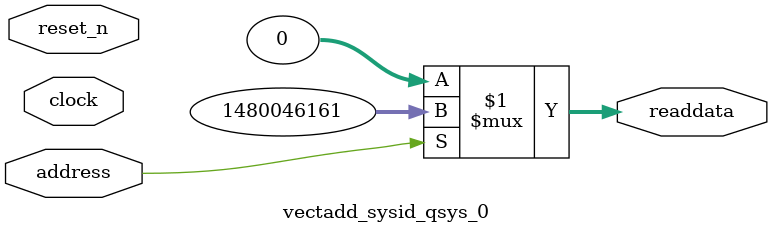
<source format=v>

`timescale 1ns / 1ps
// synthesis translate_on

// turn off superfluous verilog processor warnings 
// altera message_level Level1 
// altera message_off 10034 10035 10036 10037 10230 10240 10030 

module vectadd_sysid_qsys_0 (
               // inputs:
                address,
                clock,
                reset_n,

               // outputs:
                readdata
             )
;

  output  [ 31: 0] readdata;
  input            address;
  input            clock;
  input            reset_n;

  wire    [ 31: 0] readdata;
  //control_slave, which is an e_avalon_slave
  assign readdata = address ? 1480046161 : 0;

endmodule




</source>
